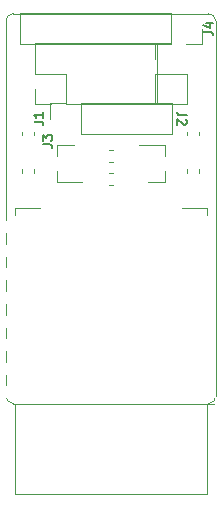
<source format=gbr>
%TF.GenerationSoftware,KiCad,Pcbnew,5.1.5+dfsg1-2~bpo10+1*%
%TF.CreationDate,Date%
%TF.ProjectId,ProMicro_ESP12E,50726f4d-6963-4726-9f5f-455350313245,v1.0*%
%TF.SameCoordinates,Original*%
%TF.FileFunction,Legend,Top*%
%TF.FilePolarity,Positive*%
%FSLAX45Y45*%
G04 Gerber Fmt 4.5, Leading zero omitted, Abs format (unit mm)*
G04 Created by KiCad*
%MOMM*%
%LPD*%
G04 APERTURE LIST*
%ADD10C,0.100000*%
%ADD11C,0.120000*%
%ADD12C,0.200000*%
%ADD13O,1.600000X1.600000*%
%ADD14C,0.150000*%
%ADD15R,0.900000X0.800000*%
%ADD16O,1.700000X1.700000*%
%ADD17R,1.700000X1.700000*%
%ADD18R,2.500000X1.000000*%
%ADD19R,1.000000X1.800000*%
G04 APERTURE END LIST*
D10*
X-63500Y3175000D02*
G75*
G03X-127000Y3111500I0J-63500D01*
G01*
X1651000Y3111500D02*
G75*
G03X1587500Y3175000I-63500J0D01*
G01*
X1587500Y-127000D02*
G75*
G03X1651000Y-63500I0J63500D01*
G01*
X-127000Y-63500D02*
G75*
G03X-63500Y-127000I63500J0D01*
G01*
X-127000Y3111500D02*
X-127000Y-63500D01*
X1587500Y3175000D02*
X-63500Y3175000D01*
X1651000Y-63500D02*
X1651000Y3111500D01*
X-63500Y-127000D02*
X1587500Y-127000D01*
D11*
X1409500Y2175278D02*
X1409500Y2142722D01*
X1511500Y2175278D02*
X1511500Y2142722D01*
X1219000Y1747000D02*
X1073000Y1747000D01*
X1219000Y2063000D02*
X1003000Y2063000D01*
X1219000Y2063000D02*
X1219000Y1970000D01*
X1219000Y1747000D02*
X1219000Y1840000D01*
X305000Y2063000D02*
X451000Y2063000D01*
X305000Y1747000D02*
X521000Y1747000D01*
X305000Y1747000D02*
X305000Y1840000D01*
X305000Y2063000D02*
X305000Y1970000D01*
X114500Y2142722D02*
X114500Y2175278D01*
X12500Y2142722D02*
X12500Y2175278D01*
X12500Y1857778D02*
X12500Y1825222D01*
X114500Y1857778D02*
X114500Y1825222D01*
X778278Y2019500D02*
X745722Y2019500D01*
X778278Y1917500D02*
X745722Y1917500D01*
X745722Y1727000D02*
X778278Y1727000D01*
X745722Y1829000D02*
X778278Y1829000D01*
X1409500Y1857778D02*
X1409500Y1825222D01*
X1511500Y1857778D02*
X1511500Y1825222D01*
X1530000Y3048000D02*
X1530000Y2915000D01*
X1530000Y2915000D02*
X1397000Y2915000D01*
X1270000Y2915000D02*
X-6000Y2915000D01*
X-6000Y3181000D02*
X-6000Y2915000D01*
X1270000Y3181000D02*
X-6000Y3181000D01*
X1270000Y3181000D02*
X1270000Y2915000D01*
X1137000Y2927000D02*
X1270000Y2927000D01*
X1137000Y2794000D02*
X1137000Y2927000D01*
X1137000Y2667000D02*
X1403000Y2667000D01*
X1403000Y2667000D02*
X1403000Y2407000D01*
X1137000Y2667000D02*
X1137000Y2407000D01*
X1137000Y2407000D02*
X1403000Y2407000D01*
X248000Y2286000D02*
X248000Y2419000D01*
X248000Y2419000D02*
X381000Y2419000D01*
X508000Y2419000D02*
X1276000Y2419000D01*
X1276000Y2153000D02*
X1276000Y2419000D01*
X508000Y2153000D02*
X1276000Y2153000D01*
X508000Y2153000D02*
X508000Y2419000D01*
X121000Y2407000D02*
X121000Y2540000D01*
X254000Y2407000D02*
X121000Y2407000D01*
X121000Y2667000D02*
X121000Y2927000D01*
X381000Y2667000D02*
X121000Y2667000D01*
X381000Y2407000D02*
X381000Y2667000D01*
X121000Y2927000D02*
X1149000Y2927000D01*
X381000Y2407000D02*
X1149000Y2407000D01*
X1149000Y2407000D02*
X1149000Y2927000D01*
X1574000Y-132500D02*
X1635000Y-132500D01*
X1574000Y-132500D02*
X1574000Y-894500D01*
X1574000Y1529500D02*
X1574000Y1467500D01*
X1362000Y1529500D02*
X1574000Y1529500D01*
X-50000Y1529500D02*
X162000Y1529500D01*
X-50000Y1467500D02*
X-50000Y1529500D01*
X-50000Y-894500D02*
X-50000Y-132500D01*
X1574000Y-894500D02*
X-50000Y-894500D01*
D12*
X1543690Y3021333D02*
X1600833Y3021333D01*
X1612262Y3017524D01*
X1619881Y3009905D01*
X1623690Y2998476D01*
X1623690Y2990857D01*
X1570357Y3093714D02*
X1623690Y3093714D01*
X1539881Y3074667D02*
X1597024Y3055619D01*
X1597024Y3105143D01*
X1402709Y2312667D02*
X1345567Y2312667D01*
X1334138Y2316476D01*
X1326519Y2324095D01*
X1322710Y2335524D01*
X1322710Y2343143D01*
X1395090Y2278381D02*
X1398900Y2274572D01*
X1402709Y2266952D01*
X1402709Y2247905D01*
X1398900Y2240286D01*
X1395090Y2236476D01*
X1387471Y2232667D01*
X1379852Y2232667D01*
X1368424Y2236476D01*
X1322710Y2282191D01*
X1322710Y2232667D01*
X184790Y2068833D02*
X241933Y2068833D01*
X253362Y2065024D01*
X260981Y2057405D01*
X264790Y2045976D01*
X264790Y2038357D01*
X184790Y2099310D02*
X184790Y2148833D01*
X215267Y2122167D01*
X215267Y2133595D01*
X219076Y2141214D01*
X222886Y2145024D01*
X230505Y2148833D01*
X249552Y2148833D01*
X257171Y2145024D01*
X260981Y2141214D01*
X264790Y2133595D01*
X264790Y2110738D01*
X260981Y2103119D01*
X257171Y2099310D01*
X108590Y2259333D02*
X165733Y2259333D01*
X177162Y2255524D01*
X184781Y2247905D01*
X188590Y2236476D01*
X188590Y2228857D01*
X188590Y2339333D02*
X188590Y2293619D01*
X188590Y2316476D02*
X108590Y2316476D01*
X120019Y2308857D01*
X127638Y2301238D01*
X131448Y2293619D01*
%LPC*%
D13*
X0Y2794000D03*
X0Y2540000D03*
X1524000Y2540000D03*
X1524000Y2794000D03*
D14*
G36*
X1488269Y2123895D02*
G01*
X1490393Y2123580D01*
X1492475Y2123058D01*
X1494496Y2122335D01*
X1496437Y2121417D01*
X1498278Y2120313D01*
X1500002Y2119035D01*
X1501593Y2117593D01*
X1503035Y2116002D01*
X1504313Y2114278D01*
X1505417Y2112437D01*
X1506335Y2110496D01*
X1507058Y2108475D01*
X1507580Y2106393D01*
X1507895Y2104269D01*
X1508000Y2102125D01*
X1508000Y2058375D01*
X1507895Y2056231D01*
X1507580Y2054107D01*
X1507058Y2052025D01*
X1506335Y2050004D01*
X1505417Y2048063D01*
X1504313Y2046222D01*
X1503035Y2044498D01*
X1501593Y2042907D01*
X1500002Y2041465D01*
X1498278Y2040187D01*
X1496437Y2039083D01*
X1494496Y2038165D01*
X1492475Y2037442D01*
X1490393Y2036920D01*
X1488269Y2036605D01*
X1486125Y2036500D01*
X1434875Y2036500D01*
X1432731Y2036605D01*
X1430607Y2036920D01*
X1428525Y2037442D01*
X1426504Y2038165D01*
X1424563Y2039083D01*
X1422722Y2040187D01*
X1420998Y2041465D01*
X1419407Y2042907D01*
X1417965Y2044498D01*
X1416687Y2046222D01*
X1415583Y2048063D01*
X1414665Y2050004D01*
X1413942Y2052025D01*
X1413420Y2054107D01*
X1413105Y2056231D01*
X1413000Y2058375D01*
X1413000Y2102125D01*
X1413105Y2104269D01*
X1413420Y2106393D01*
X1413942Y2108475D01*
X1414665Y2110496D01*
X1415583Y2112437D01*
X1416687Y2114278D01*
X1417965Y2116002D01*
X1419407Y2117593D01*
X1420998Y2119035D01*
X1422722Y2120313D01*
X1424563Y2121417D01*
X1426504Y2122335D01*
X1428525Y2123058D01*
X1430607Y2123580D01*
X1432731Y2123895D01*
X1434875Y2124000D01*
X1486125Y2124000D01*
X1488269Y2123895D01*
G37*
G36*
X1488269Y2281395D02*
G01*
X1490393Y2281080D01*
X1492475Y2280558D01*
X1494496Y2279835D01*
X1496437Y2278917D01*
X1498278Y2277813D01*
X1500002Y2276535D01*
X1501593Y2275093D01*
X1503035Y2273502D01*
X1504313Y2271778D01*
X1505417Y2269937D01*
X1506335Y2267996D01*
X1507058Y2265975D01*
X1507580Y2263893D01*
X1507895Y2261769D01*
X1508000Y2259625D01*
X1508000Y2215875D01*
X1507895Y2213731D01*
X1507580Y2211607D01*
X1507058Y2209525D01*
X1506335Y2207504D01*
X1505417Y2205563D01*
X1504313Y2203722D01*
X1503035Y2201998D01*
X1501593Y2200407D01*
X1500002Y2198965D01*
X1498278Y2197687D01*
X1496437Y2196583D01*
X1494496Y2195665D01*
X1492475Y2194942D01*
X1490393Y2194420D01*
X1488269Y2194105D01*
X1486125Y2194000D01*
X1434875Y2194000D01*
X1432731Y2194105D01*
X1430607Y2194420D01*
X1428525Y2194942D01*
X1426504Y2195665D01*
X1424563Y2196583D01*
X1422722Y2197687D01*
X1420998Y2198965D01*
X1419407Y2200407D01*
X1417965Y2201998D01*
X1416687Y2203722D01*
X1415583Y2205563D01*
X1414665Y2207504D01*
X1413942Y2209525D01*
X1413420Y2211607D01*
X1413105Y2213731D01*
X1413000Y2215875D01*
X1413000Y2259625D01*
X1413105Y2261769D01*
X1413420Y2263893D01*
X1413942Y2265975D01*
X1414665Y2267996D01*
X1415583Y2269937D01*
X1416687Y2271778D01*
X1417965Y2273502D01*
X1419407Y2275093D01*
X1420998Y2276535D01*
X1422722Y2277813D01*
X1424563Y2278917D01*
X1426504Y2279835D01*
X1428525Y2280558D01*
X1430607Y2281080D01*
X1432731Y2281395D01*
X1434875Y2281500D01*
X1486125Y2281500D01*
X1488269Y2281395D01*
G37*
D15*
X1243000Y1905000D03*
X1043000Y1810000D03*
X1043000Y2000000D03*
X281000Y1905000D03*
X481000Y2000000D03*
X481000Y1810000D03*
D14*
G36*
X91269Y2281395D02*
G01*
X93393Y2281080D01*
X95475Y2280558D01*
X97496Y2279835D01*
X99437Y2278917D01*
X101278Y2277813D01*
X103002Y2276535D01*
X104593Y2275093D01*
X106035Y2273502D01*
X107313Y2271778D01*
X108417Y2269937D01*
X109335Y2267996D01*
X110058Y2265975D01*
X110580Y2263893D01*
X110895Y2261769D01*
X111000Y2259625D01*
X111000Y2215875D01*
X110895Y2213731D01*
X110580Y2211607D01*
X110058Y2209525D01*
X109335Y2207504D01*
X108417Y2205563D01*
X107313Y2203722D01*
X106035Y2201998D01*
X104593Y2200407D01*
X103002Y2198965D01*
X101278Y2197687D01*
X99437Y2196583D01*
X97496Y2195665D01*
X95475Y2194942D01*
X93393Y2194420D01*
X91269Y2194105D01*
X89125Y2194000D01*
X37875Y2194000D01*
X35731Y2194105D01*
X33607Y2194420D01*
X31525Y2194942D01*
X29504Y2195665D01*
X27563Y2196583D01*
X25722Y2197687D01*
X23998Y2198965D01*
X22407Y2200407D01*
X20965Y2201998D01*
X19687Y2203722D01*
X18583Y2205563D01*
X17665Y2207504D01*
X16942Y2209525D01*
X16420Y2211607D01*
X16105Y2213731D01*
X16000Y2215875D01*
X16000Y2259625D01*
X16105Y2261769D01*
X16420Y2263893D01*
X16942Y2265975D01*
X17665Y2267996D01*
X18583Y2269937D01*
X19687Y2271778D01*
X20965Y2273502D01*
X22407Y2275093D01*
X23998Y2276535D01*
X25722Y2277813D01*
X27563Y2278917D01*
X29504Y2279835D01*
X31525Y2280558D01*
X33607Y2281080D01*
X35731Y2281395D01*
X37875Y2281500D01*
X89125Y2281500D01*
X91269Y2281395D01*
G37*
G36*
X91269Y2123895D02*
G01*
X93393Y2123580D01*
X95475Y2123058D01*
X97496Y2122335D01*
X99437Y2121417D01*
X101278Y2120313D01*
X103002Y2119035D01*
X104593Y2117593D01*
X106035Y2116002D01*
X107313Y2114278D01*
X108417Y2112437D01*
X109335Y2110496D01*
X110058Y2108475D01*
X110580Y2106393D01*
X110895Y2104269D01*
X111000Y2102125D01*
X111000Y2058375D01*
X110895Y2056231D01*
X110580Y2054107D01*
X110058Y2052025D01*
X109335Y2050004D01*
X108417Y2048063D01*
X107313Y2046222D01*
X106035Y2044498D01*
X104593Y2042907D01*
X103002Y2041465D01*
X101278Y2040187D01*
X99437Y2039083D01*
X97496Y2038165D01*
X95475Y2037442D01*
X93393Y2036920D01*
X91269Y2036605D01*
X89125Y2036500D01*
X37875Y2036500D01*
X35731Y2036605D01*
X33607Y2036920D01*
X31525Y2037442D01*
X29504Y2038165D01*
X27563Y2039083D01*
X25722Y2040187D01*
X23998Y2041465D01*
X22407Y2042907D01*
X20965Y2044498D01*
X19687Y2046222D01*
X18583Y2048063D01*
X17665Y2050004D01*
X16942Y2052025D01*
X16420Y2054107D01*
X16105Y2056231D01*
X16000Y2058375D01*
X16000Y2102125D01*
X16105Y2104269D01*
X16420Y2106393D01*
X16942Y2108475D01*
X17665Y2110496D01*
X18583Y2112437D01*
X19687Y2114278D01*
X20965Y2116002D01*
X22407Y2117593D01*
X23998Y2119035D01*
X25722Y2120313D01*
X27563Y2121417D01*
X29504Y2122335D01*
X31525Y2123058D01*
X33607Y2123580D01*
X35731Y2123895D01*
X37875Y2124000D01*
X89125Y2124000D01*
X91269Y2123895D01*
G37*
G36*
X91269Y1806395D02*
G01*
X93393Y1806080D01*
X95475Y1805558D01*
X97496Y1804835D01*
X99437Y1803917D01*
X101278Y1802813D01*
X103002Y1801535D01*
X104593Y1800093D01*
X106035Y1798502D01*
X107313Y1796778D01*
X108417Y1794937D01*
X109335Y1792996D01*
X110058Y1790975D01*
X110580Y1788893D01*
X110895Y1786769D01*
X111000Y1784625D01*
X111000Y1740875D01*
X110895Y1738731D01*
X110580Y1736607D01*
X110058Y1734525D01*
X109335Y1732504D01*
X108417Y1730563D01*
X107313Y1728722D01*
X106035Y1726998D01*
X104593Y1725407D01*
X103002Y1723965D01*
X101278Y1722687D01*
X99437Y1721583D01*
X97496Y1720665D01*
X95475Y1719942D01*
X93393Y1719420D01*
X91269Y1719105D01*
X89125Y1719000D01*
X37875Y1719000D01*
X35731Y1719105D01*
X33607Y1719420D01*
X31525Y1719942D01*
X29504Y1720665D01*
X27563Y1721583D01*
X25722Y1722687D01*
X23998Y1723965D01*
X22407Y1725407D01*
X20965Y1726998D01*
X19687Y1728722D01*
X18583Y1730563D01*
X17665Y1732504D01*
X16942Y1734525D01*
X16420Y1736607D01*
X16105Y1738731D01*
X16000Y1740875D01*
X16000Y1784625D01*
X16105Y1786769D01*
X16420Y1788893D01*
X16942Y1790975D01*
X17665Y1792996D01*
X18583Y1794937D01*
X19687Y1796778D01*
X20965Y1798502D01*
X22407Y1800093D01*
X23998Y1801535D01*
X25722Y1802813D01*
X27563Y1803917D01*
X29504Y1804835D01*
X31525Y1805558D01*
X33607Y1806080D01*
X35731Y1806395D01*
X37875Y1806500D01*
X89125Y1806500D01*
X91269Y1806395D01*
G37*
G36*
X91269Y1963895D02*
G01*
X93393Y1963580D01*
X95475Y1963058D01*
X97496Y1962335D01*
X99437Y1961417D01*
X101278Y1960313D01*
X103002Y1959035D01*
X104593Y1957593D01*
X106035Y1956002D01*
X107313Y1954278D01*
X108417Y1952437D01*
X109335Y1950496D01*
X110058Y1948475D01*
X110580Y1946393D01*
X110895Y1944269D01*
X111000Y1942125D01*
X111000Y1898375D01*
X110895Y1896231D01*
X110580Y1894107D01*
X110058Y1892025D01*
X109335Y1890004D01*
X108417Y1888063D01*
X107313Y1886222D01*
X106035Y1884498D01*
X104593Y1882907D01*
X103002Y1881465D01*
X101278Y1880187D01*
X99437Y1879083D01*
X97496Y1878165D01*
X95475Y1877442D01*
X93393Y1876920D01*
X91269Y1876605D01*
X89125Y1876500D01*
X37875Y1876500D01*
X35731Y1876605D01*
X33607Y1876920D01*
X31525Y1877442D01*
X29504Y1878165D01*
X27563Y1879083D01*
X25722Y1880187D01*
X23998Y1881465D01*
X22407Y1882907D01*
X20965Y1884498D01*
X19687Y1886222D01*
X18583Y1888063D01*
X17665Y1890004D01*
X16942Y1892025D01*
X16420Y1894107D01*
X16105Y1896231D01*
X16000Y1898375D01*
X16000Y1942125D01*
X16105Y1944269D01*
X16420Y1946393D01*
X16942Y1948475D01*
X17665Y1950496D01*
X18583Y1952437D01*
X19687Y1954278D01*
X20965Y1956002D01*
X22407Y1957593D01*
X23998Y1959035D01*
X25722Y1960313D01*
X27563Y1961417D01*
X29504Y1962335D01*
X31525Y1963058D01*
X33607Y1963580D01*
X35731Y1963895D01*
X37875Y1964000D01*
X89125Y1964000D01*
X91269Y1963895D01*
G37*
G36*
X707269Y2015895D02*
G01*
X709393Y2015580D01*
X711475Y2015058D01*
X713496Y2014335D01*
X715437Y2013417D01*
X717278Y2012313D01*
X719002Y2011035D01*
X720593Y2009593D01*
X722035Y2008002D01*
X723313Y2006278D01*
X724417Y2004437D01*
X725335Y2002496D01*
X726058Y2000475D01*
X726580Y1998393D01*
X726895Y1996269D01*
X727000Y1994125D01*
X727000Y1942875D01*
X726895Y1940731D01*
X726580Y1938607D01*
X726058Y1936525D01*
X725335Y1934504D01*
X724417Y1932563D01*
X723313Y1930722D01*
X722035Y1928998D01*
X720593Y1927407D01*
X719002Y1925965D01*
X717278Y1924687D01*
X715437Y1923583D01*
X713496Y1922665D01*
X711475Y1921942D01*
X709393Y1921420D01*
X707269Y1921105D01*
X705125Y1921000D01*
X661375Y1921000D01*
X659231Y1921105D01*
X657107Y1921420D01*
X655025Y1921942D01*
X653004Y1922665D01*
X651063Y1923583D01*
X649222Y1924687D01*
X647498Y1925965D01*
X645907Y1927407D01*
X644465Y1928998D01*
X643187Y1930722D01*
X642083Y1932563D01*
X641165Y1934504D01*
X640442Y1936525D01*
X639920Y1938607D01*
X639605Y1940731D01*
X639500Y1942875D01*
X639500Y1994125D01*
X639605Y1996269D01*
X639920Y1998393D01*
X640442Y2000475D01*
X641165Y2002496D01*
X642083Y2004437D01*
X643187Y2006278D01*
X644465Y2008002D01*
X645907Y2009593D01*
X647498Y2011035D01*
X649222Y2012313D01*
X651063Y2013417D01*
X653004Y2014335D01*
X655025Y2015058D01*
X657107Y2015580D01*
X659231Y2015895D01*
X661375Y2016000D01*
X705125Y2016000D01*
X707269Y2015895D01*
G37*
G36*
X864769Y2015895D02*
G01*
X866893Y2015580D01*
X868975Y2015058D01*
X870996Y2014335D01*
X872937Y2013417D01*
X874778Y2012313D01*
X876502Y2011035D01*
X878093Y2009593D01*
X879535Y2008002D01*
X880813Y2006278D01*
X881917Y2004437D01*
X882835Y2002496D01*
X883558Y2000475D01*
X884080Y1998393D01*
X884395Y1996269D01*
X884500Y1994125D01*
X884500Y1942875D01*
X884395Y1940731D01*
X884080Y1938607D01*
X883558Y1936525D01*
X882835Y1934504D01*
X881917Y1932563D01*
X880813Y1930722D01*
X879535Y1928998D01*
X878093Y1927407D01*
X876502Y1925965D01*
X874778Y1924687D01*
X872937Y1923583D01*
X870996Y1922665D01*
X868975Y1921942D01*
X866893Y1921420D01*
X864769Y1921105D01*
X862625Y1921000D01*
X818875Y1921000D01*
X816731Y1921105D01*
X814607Y1921420D01*
X812525Y1921942D01*
X810504Y1922665D01*
X808563Y1923583D01*
X806722Y1924687D01*
X804998Y1925965D01*
X803407Y1927407D01*
X801965Y1928998D01*
X800687Y1930722D01*
X799583Y1932563D01*
X798665Y1934504D01*
X797942Y1936525D01*
X797420Y1938607D01*
X797105Y1940731D01*
X797000Y1942875D01*
X797000Y1994125D01*
X797105Y1996269D01*
X797420Y1998393D01*
X797942Y2000475D01*
X798665Y2002496D01*
X799583Y2004437D01*
X800687Y2006278D01*
X801965Y2008002D01*
X803407Y2009593D01*
X804998Y2011035D01*
X806722Y2012313D01*
X808563Y2013417D01*
X810504Y2014335D01*
X812525Y2015058D01*
X814607Y2015580D01*
X816731Y2015895D01*
X818875Y2016000D01*
X862625Y2016000D01*
X864769Y2015895D01*
G37*
G36*
X864769Y1825395D02*
G01*
X866893Y1825080D01*
X868975Y1824558D01*
X870996Y1823835D01*
X872937Y1822917D01*
X874778Y1821813D01*
X876502Y1820535D01*
X878093Y1819093D01*
X879535Y1817502D01*
X880813Y1815778D01*
X881917Y1813937D01*
X882835Y1811996D01*
X883558Y1809975D01*
X884080Y1807893D01*
X884395Y1805769D01*
X884500Y1803625D01*
X884500Y1752375D01*
X884395Y1750231D01*
X884080Y1748107D01*
X883558Y1746025D01*
X882835Y1744004D01*
X881917Y1742063D01*
X880813Y1740222D01*
X879535Y1738498D01*
X878093Y1736907D01*
X876502Y1735465D01*
X874778Y1734187D01*
X872937Y1733083D01*
X870996Y1732165D01*
X868975Y1731442D01*
X866893Y1730920D01*
X864769Y1730605D01*
X862625Y1730500D01*
X818875Y1730500D01*
X816731Y1730605D01*
X814607Y1730920D01*
X812525Y1731442D01*
X810504Y1732165D01*
X808563Y1733083D01*
X806722Y1734187D01*
X804998Y1735465D01*
X803407Y1736907D01*
X801965Y1738498D01*
X800687Y1740222D01*
X799583Y1742063D01*
X798665Y1744004D01*
X797942Y1746025D01*
X797420Y1748107D01*
X797105Y1750231D01*
X797000Y1752375D01*
X797000Y1803625D01*
X797105Y1805769D01*
X797420Y1807893D01*
X797942Y1809975D01*
X798665Y1811996D01*
X799583Y1813937D01*
X800687Y1815778D01*
X801965Y1817502D01*
X803407Y1819093D01*
X804998Y1820535D01*
X806722Y1821813D01*
X808563Y1822917D01*
X810504Y1823835D01*
X812525Y1824558D01*
X814607Y1825080D01*
X816731Y1825395D01*
X818875Y1825500D01*
X862625Y1825500D01*
X864769Y1825395D01*
G37*
G36*
X707269Y1825395D02*
G01*
X709393Y1825080D01*
X711475Y1824558D01*
X713496Y1823835D01*
X715437Y1822917D01*
X717278Y1821813D01*
X719002Y1820535D01*
X720593Y1819093D01*
X722035Y1817502D01*
X723313Y1815778D01*
X724417Y1813937D01*
X725335Y1811996D01*
X726058Y1809975D01*
X726580Y1807893D01*
X726895Y1805769D01*
X727000Y1803625D01*
X727000Y1752375D01*
X726895Y1750231D01*
X726580Y1748107D01*
X726058Y1746025D01*
X725335Y1744004D01*
X724417Y1742063D01*
X723313Y1740222D01*
X722035Y1738498D01*
X720593Y1736907D01*
X719002Y1735465D01*
X717278Y1734187D01*
X715437Y1733083D01*
X713496Y1732165D01*
X711475Y1731442D01*
X709393Y1730920D01*
X707269Y1730605D01*
X705125Y1730500D01*
X661375Y1730500D01*
X659231Y1730605D01*
X657107Y1730920D01*
X655025Y1731442D01*
X653004Y1732165D01*
X651063Y1733083D01*
X649222Y1734187D01*
X647498Y1735465D01*
X645907Y1736907D01*
X644465Y1738498D01*
X643187Y1740222D01*
X642083Y1742063D01*
X641165Y1744004D01*
X640442Y1746025D01*
X639920Y1748107D01*
X639605Y1750231D01*
X639500Y1752375D01*
X639500Y1803625D01*
X639605Y1805769D01*
X639920Y1807893D01*
X640442Y1809975D01*
X641165Y1811996D01*
X642083Y1813937D01*
X643187Y1815778D01*
X644465Y1817502D01*
X645907Y1819093D01*
X647498Y1820535D01*
X649222Y1821813D01*
X651063Y1822917D01*
X653004Y1823835D01*
X655025Y1824558D01*
X657107Y1825080D01*
X659231Y1825395D01*
X661375Y1825500D01*
X705125Y1825500D01*
X707269Y1825395D01*
G37*
G36*
X1488269Y1806395D02*
G01*
X1490393Y1806080D01*
X1492475Y1805558D01*
X1494496Y1804835D01*
X1496437Y1803917D01*
X1498278Y1802813D01*
X1500002Y1801535D01*
X1501593Y1800093D01*
X1503035Y1798502D01*
X1504313Y1796778D01*
X1505417Y1794937D01*
X1506335Y1792996D01*
X1507058Y1790975D01*
X1507580Y1788893D01*
X1507895Y1786769D01*
X1508000Y1784625D01*
X1508000Y1740875D01*
X1507895Y1738731D01*
X1507580Y1736607D01*
X1507058Y1734525D01*
X1506335Y1732504D01*
X1505417Y1730563D01*
X1504313Y1728722D01*
X1503035Y1726998D01*
X1501593Y1725407D01*
X1500002Y1723965D01*
X1498278Y1722687D01*
X1496437Y1721583D01*
X1494496Y1720665D01*
X1492475Y1719942D01*
X1490393Y1719420D01*
X1488269Y1719105D01*
X1486125Y1719000D01*
X1434875Y1719000D01*
X1432731Y1719105D01*
X1430607Y1719420D01*
X1428525Y1719942D01*
X1426504Y1720665D01*
X1424563Y1721583D01*
X1422722Y1722687D01*
X1420998Y1723965D01*
X1419407Y1725407D01*
X1417965Y1726998D01*
X1416687Y1728722D01*
X1415583Y1730563D01*
X1414665Y1732504D01*
X1413942Y1734525D01*
X1413420Y1736607D01*
X1413105Y1738731D01*
X1413000Y1740875D01*
X1413000Y1784625D01*
X1413105Y1786769D01*
X1413420Y1788893D01*
X1413942Y1790975D01*
X1414665Y1792996D01*
X1415583Y1794937D01*
X1416687Y1796778D01*
X1417965Y1798502D01*
X1419407Y1800093D01*
X1420998Y1801535D01*
X1422722Y1802813D01*
X1424563Y1803917D01*
X1426504Y1804835D01*
X1428525Y1805558D01*
X1430607Y1806080D01*
X1432731Y1806395D01*
X1434875Y1806500D01*
X1486125Y1806500D01*
X1488269Y1806395D01*
G37*
G36*
X1488269Y1963895D02*
G01*
X1490393Y1963580D01*
X1492475Y1963058D01*
X1494496Y1962335D01*
X1496437Y1961417D01*
X1498278Y1960313D01*
X1500002Y1959035D01*
X1501593Y1957593D01*
X1503035Y1956002D01*
X1504313Y1954278D01*
X1505417Y1952437D01*
X1506335Y1950496D01*
X1507058Y1948475D01*
X1507580Y1946393D01*
X1507895Y1944269D01*
X1508000Y1942125D01*
X1508000Y1898375D01*
X1507895Y1896231D01*
X1507580Y1894107D01*
X1507058Y1892025D01*
X1506335Y1890004D01*
X1505417Y1888063D01*
X1504313Y1886222D01*
X1503035Y1884498D01*
X1501593Y1882907D01*
X1500002Y1881465D01*
X1498278Y1880187D01*
X1496437Y1879083D01*
X1494496Y1878165D01*
X1492475Y1877442D01*
X1490393Y1876920D01*
X1488269Y1876605D01*
X1486125Y1876500D01*
X1434875Y1876500D01*
X1432731Y1876605D01*
X1430607Y1876920D01*
X1428525Y1877442D01*
X1426504Y1878165D01*
X1424563Y1879083D01*
X1422722Y1880187D01*
X1420998Y1881465D01*
X1419407Y1882907D01*
X1417965Y1884498D01*
X1416687Y1886222D01*
X1415583Y1888063D01*
X1414665Y1890004D01*
X1413942Y1892025D01*
X1413420Y1894107D01*
X1413105Y1896231D01*
X1413000Y1898375D01*
X1413000Y1942125D01*
X1413105Y1944269D01*
X1413420Y1946393D01*
X1413942Y1948475D01*
X1414665Y1950496D01*
X1415583Y1952437D01*
X1416687Y1954278D01*
X1417965Y1956002D01*
X1419407Y1957593D01*
X1420998Y1959035D01*
X1422722Y1960313D01*
X1424563Y1961417D01*
X1426504Y1962335D01*
X1428525Y1963058D01*
X1430607Y1963580D01*
X1432731Y1963895D01*
X1434875Y1964000D01*
X1486125Y1964000D01*
X1488269Y1963895D01*
G37*
D16*
X127000Y3048000D03*
X381000Y3048000D03*
X635000Y3048000D03*
X889000Y3048000D03*
X1143000Y3048000D03*
D17*
X1397000Y3048000D03*
D16*
X1270000Y2540000D03*
D17*
X1270000Y2794000D03*
D16*
X1143000Y2286000D03*
X889000Y2286000D03*
X635000Y2286000D03*
D17*
X381000Y2286000D03*
D16*
X1016000Y2794000D03*
X1016000Y2540000D03*
X762000Y2794000D03*
X762000Y2540000D03*
X508000Y2794000D03*
X508000Y2540000D03*
X254000Y2794000D03*
D17*
X254000Y2540000D03*
D18*
X2000Y-32500D03*
X2000Y167500D03*
X2000Y367500D03*
X2000Y567500D03*
X2000Y767500D03*
X2000Y967500D03*
X2000Y1167500D03*
X2000Y1367500D03*
D19*
X262000Y1517500D03*
X462000Y1517500D03*
X662000Y1517500D03*
X862000Y1517500D03*
X1062000Y1517500D03*
X1262000Y1517500D03*
D18*
X1522000Y1367500D03*
X1522000Y1167500D03*
X1522000Y967500D03*
X1522000Y767500D03*
X1522000Y567500D03*
X1522000Y367500D03*
X1522000Y167500D03*
X1522000Y-32500D03*
M02*

</source>
